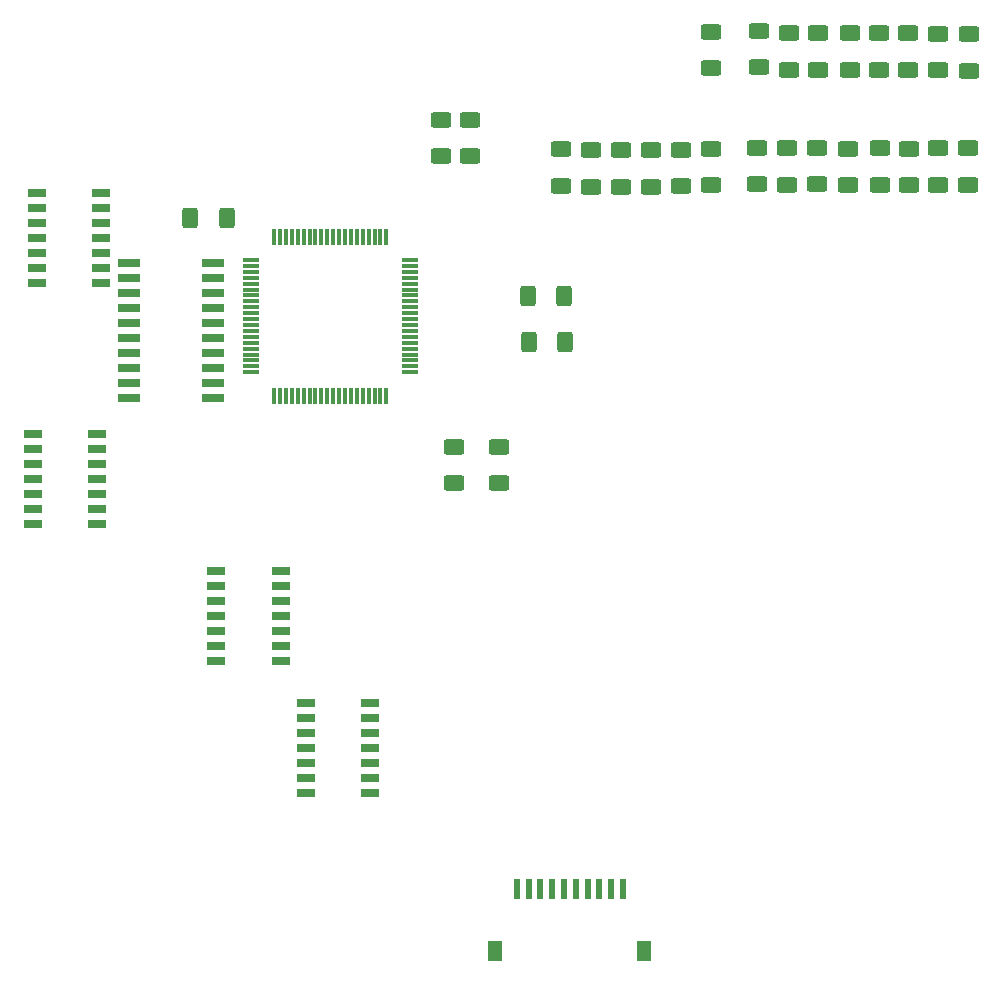
<source format=gbr>
%TF.GenerationSoftware,KiCad,Pcbnew,(6.0.7)*%
%TF.CreationDate,2023-05-13T08:51:53+05:30*%
%TF.ProjectId,DSP_board,4453505f-626f-4617-9264-2e6b69636164,rev?*%
%TF.SameCoordinates,Original*%
%TF.FileFunction,Paste,Top*%
%TF.FilePolarity,Positive*%
%FSLAX46Y46*%
G04 Gerber Fmt 4.6, Leading zero omitted, Abs format (unit mm)*
G04 Created by KiCad (PCBNEW (6.0.7)) date 2023-05-13 08:51:53*
%MOMM*%
%LPD*%
G01*
G04 APERTURE LIST*
G04 Aperture macros list*
%AMRoundRect*
0 Rectangle with rounded corners*
0 $1 Rounding radius*
0 $2 $3 $4 $5 $6 $7 $8 $9 X,Y pos of 4 corners*
0 Add a 4 corners polygon primitive as box body*
4,1,4,$2,$3,$4,$5,$6,$7,$8,$9,$2,$3,0*
0 Add four circle primitives for the rounded corners*
1,1,$1+$1,$2,$3*
1,1,$1+$1,$4,$5*
1,1,$1+$1,$6,$7*
1,1,$1+$1,$8,$9*
0 Add four rect primitives between the rounded corners*
20,1,$1+$1,$2,$3,$4,$5,0*
20,1,$1+$1,$4,$5,$6,$7,0*
20,1,$1+$1,$6,$7,$8,$9,0*
20,1,$1+$1,$8,$9,$2,$3,0*%
G04 Aperture macros list end*
%ADD10RoundRect,0.250000X0.400000X0.625000X-0.400000X0.625000X-0.400000X-0.625000X0.400000X-0.625000X0*%
%ADD11RoundRect,0.250000X0.625000X-0.400000X0.625000X0.400000X-0.625000X0.400000X-0.625000X-0.400000X0*%
%ADD12R,1.475000X0.300000*%
%ADD13R,0.300000X1.475000*%
%ADD14RoundRect,0.250000X-0.625000X0.400000X-0.625000X-0.400000X0.625000X-0.400000X0.625000X0.400000X0*%
%ADD15R,1.525000X0.650000*%
%ADD16R,1.825000X0.700000*%
%ADD17RoundRect,0.250000X-0.400000X-0.625000X0.400000X-0.625000X0.400000X0.625000X-0.400000X0.625000X0*%
%ADD18R,0.600000X1.700000*%
%ADD19R,1.200000X1.800000*%
G04 APERTURE END LIST*
D10*
%TO.C,R79*%
X124210000Y-81030000D03*
X121110000Y-81030000D03*
%TD*%
D11*
%TO.C,R20*%
X174290000Y-68490000D03*
X174290000Y-65390000D03*
%TD*%
%TO.C,R12*%
X184450000Y-68550000D03*
X184450000Y-65450000D03*
%TD*%
D12*
%TO.C,IC5*%
X126232000Y-84609500D03*
X126232000Y-85109500D03*
X126232000Y-85609500D03*
X126232000Y-86109500D03*
X126232000Y-86609500D03*
X126232000Y-87109500D03*
X126232000Y-87609500D03*
X126232000Y-88109500D03*
X126232000Y-88609500D03*
X126232000Y-89109500D03*
X126232000Y-89609500D03*
X126232000Y-90109500D03*
X126232000Y-90609500D03*
X126232000Y-91109500D03*
X126232000Y-91609500D03*
X126232000Y-92109500D03*
X126232000Y-92609500D03*
X126232000Y-93109500D03*
X126232000Y-93609500D03*
X126232000Y-94109500D03*
D13*
X128220000Y-96097500D03*
X128720000Y-96097500D03*
X129220000Y-96097500D03*
X129720000Y-96097500D03*
X130220000Y-96097500D03*
X130720000Y-96097500D03*
X131220000Y-96097500D03*
X131720000Y-96097500D03*
X132220000Y-96097500D03*
X132720000Y-96097500D03*
X133220000Y-96097500D03*
X133720000Y-96097500D03*
X134220000Y-96097500D03*
X134720000Y-96097500D03*
X135220000Y-96097500D03*
X135720000Y-96097500D03*
X136220000Y-96097500D03*
X136720000Y-96097500D03*
X137220000Y-96097500D03*
X137720000Y-96097500D03*
D12*
X139708000Y-94109500D03*
X139708000Y-93609500D03*
X139708000Y-93109500D03*
X139708000Y-92609500D03*
X139708000Y-92109500D03*
X139708000Y-91609500D03*
X139708000Y-91109500D03*
X139708000Y-90609500D03*
X139708000Y-90109500D03*
X139708000Y-89609500D03*
X139708000Y-89109500D03*
X139708000Y-88609500D03*
X139708000Y-88109500D03*
X139708000Y-87609500D03*
X139708000Y-87109500D03*
X139708000Y-86609500D03*
X139708000Y-86109500D03*
X139708000Y-85609500D03*
X139708000Y-85109500D03*
X139708000Y-84609500D03*
D13*
X137720000Y-82621500D03*
X137220000Y-82621500D03*
X136720000Y-82621500D03*
X136220000Y-82621500D03*
X135720000Y-82621500D03*
X135220000Y-82621500D03*
X134720000Y-82621500D03*
X134220000Y-82621500D03*
X133720000Y-82621500D03*
X133220000Y-82621500D03*
X132720000Y-82621500D03*
X132220000Y-82621500D03*
X131720000Y-82621500D03*
X131220000Y-82621500D03*
X130720000Y-82621500D03*
X130220000Y-82621500D03*
X129720000Y-82621500D03*
X129220000Y-82621500D03*
X128720000Y-82621500D03*
X128220000Y-82621500D03*
%TD*%
D14*
%TO.C,R37*%
X147290000Y-100430000D03*
X147290000Y-103530000D03*
%TD*%
D15*
%TO.C,IC_dc_link_leakage1*%
X107798000Y-99350000D03*
X107798000Y-100620000D03*
X107798000Y-101890000D03*
X107798000Y-103160000D03*
X107798000Y-104430000D03*
X107798000Y-105700000D03*
X107798000Y-106970000D03*
X113222000Y-106970000D03*
X113222000Y-105700000D03*
X113222000Y-104430000D03*
X113222000Y-103160000D03*
X113222000Y-101890000D03*
X113222000Y-100620000D03*
X113222000Y-99350000D03*
%TD*%
%TO.C,IC_batt_2*%
X130908000Y-122090000D03*
X130908000Y-123360000D03*
X130908000Y-124630000D03*
X130908000Y-125900000D03*
X130908000Y-127170000D03*
X130908000Y-128440000D03*
X130908000Y-129710000D03*
X136332000Y-129710000D03*
X136332000Y-128440000D03*
X136332000Y-127170000D03*
X136332000Y-125900000D03*
X136332000Y-124630000D03*
X136332000Y-123360000D03*
X136332000Y-122090000D03*
%TD*%
D14*
%TO.C,R46*%
X157600000Y-75300000D03*
X157600000Y-78400000D03*
%TD*%
%TO.C,R30*%
X186940000Y-75150000D03*
X186940000Y-78250000D03*
%TD*%
%TO.C,R48*%
X152480000Y-75230000D03*
X152480000Y-78330000D03*
%TD*%
%TO.C,R52*%
X162680000Y-75260000D03*
X162680000Y-78360000D03*
%TD*%
%TO.C,R45*%
X160160000Y-75290000D03*
X160160000Y-78390000D03*
%TD*%
%TO.C,R31*%
X184460000Y-75160000D03*
X184460000Y-78260000D03*
%TD*%
%TO.C,R42*%
X179540000Y-75160000D03*
X179540000Y-78260000D03*
%TD*%
%TO.C,R49*%
X171670000Y-75120000D03*
X171670000Y-78220000D03*
%TD*%
D11*
%TO.C,R17*%
X179430000Y-68510000D03*
X179430000Y-65410000D03*
%TD*%
D14*
%TO.C,R34*%
X181950000Y-75180000D03*
X181950000Y-78280000D03*
%TD*%
D11*
%TO.C,R11*%
X187070000Y-68570000D03*
X187070000Y-65470000D03*
%TD*%
D14*
%TO.C,R27*%
X165240000Y-65270000D03*
X165240000Y-68370000D03*
%TD*%
D11*
%TO.C,R18*%
X176950000Y-68490000D03*
X176950000Y-65390000D03*
%TD*%
%TO.C,R22*%
X171850000Y-68480000D03*
X171850000Y-65380000D03*
%TD*%
D14*
%TO.C,R10*%
X142350000Y-72720000D03*
X142350000Y-75820000D03*
%TD*%
D16*
%TO.C,IC1*%
X123052000Y-96315000D03*
X123052000Y-95045000D03*
X123052000Y-93775000D03*
X123052000Y-92505000D03*
X123052000Y-91235000D03*
X123052000Y-89965000D03*
X123052000Y-88695000D03*
X123052000Y-87425000D03*
X123052000Y-86155000D03*
X123052000Y-84885000D03*
X115928000Y-84885000D03*
X115928000Y-86155000D03*
X115928000Y-87425000D03*
X115928000Y-88695000D03*
X115928000Y-89965000D03*
X115928000Y-91235000D03*
X115928000Y-92505000D03*
X115928000Y-93775000D03*
X115928000Y-95045000D03*
X115928000Y-96315000D03*
%TD*%
D17*
%TO.C,R40*%
X149690000Y-87640000D03*
X152790000Y-87640000D03*
%TD*%
D14*
%TO.C,R51*%
X165180000Y-75190000D03*
X165180000Y-78290000D03*
%TD*%
%TO.C,R50*%
X169080000Y-75110000D03*
X169080000Y-78210000D03*
%TD*%
D11*
%TO.C,R24*%
X169280000Y-68310000D03*
X169280000Y-65210000D03*
%TD*%
D15*
%TO.C,IC_grid23*%
X108106000Y-78950000D03*
X108106000Y-80220000D03*
X108106000Y-81490000D03*
X108106000Y-82760000D03*
X108106000Y-84030000D03*
X108106000Y-85300000D03*
X108106000Y-86570000D03*
X113530000Y-86570000D03*
X113530000Y-85300000D03*
X113530000Y-84030000D03*
X113530000Y-82760000D03*
X113530000Y-81490000D03*
X113530000Y-80220000D03*
X113530000Y-78950000D03*
%TD*%
D14*
%TO.C,R38*%
X143410000Y-100420000D03*
X143410000Y-103520000D03*
%TD*%
%TO.C,R44*%
X174220000Y-75090000D03*
X174220000Y-78190000D03*
%TD*%
D15*
%TO.C,IC_batt_1*%
X123338000Y-110970000D03*
X123338000Y-112240000D03*
X123338000Y-113510000D03*
X123338000Y-114780000D03*
X123338000Y-116050000D03*
X123338000Y-117320000D03*
X123338000Y-118590000D03*
X128762000Y-118590000D03*
X128762000Y-117320000D03*
X128762000Y-116050000D03*
X128762000Y-114780000D03*
X128762000Y-113510000D03*
X128762000Y-112240000D03*
X128762000Y-110970000D03*
%TD*%
D17*
%TO.C,R39*%
X149780000Y-91590000D03*
X152880000Y-91590000D03*
%TD*%
D18*
%TO.C,J5*%
X148760000Y-137855000D03*
X149760000Y-137855000D03*
X150760000Y-137855000D03*
X151760000Y-137855000D03*
X152760000Y-137855000D03*
X153760000Y-137855000D03*
X154760000Y-137855000D03*
X155760000Y-137855000D03*
X156760000Y-137855000D03*
X157760000Y-137855000D03*
D19*
X146960000Y-143105000D03*
X159560000Y-143105000D03*
%TD*%
D14*
%TO.C,R43*%
X176840000Y-75190000D03*
X176840000Y-78290000D03*
%TD*%
%TO.C,R47*%
X155050000Y-75310000D03*
X155050000Y-78410000D03*
%TD*%
%TO.C,R9*%
X144840000Y-72730000D03*
X144840000Y-75830000D03*
%TD*%
D11*
%TO.C,R14*%
X181860000Y-68510000D03*
X181860000Y-65410000D03*
%TD*%
M02*

</source>
